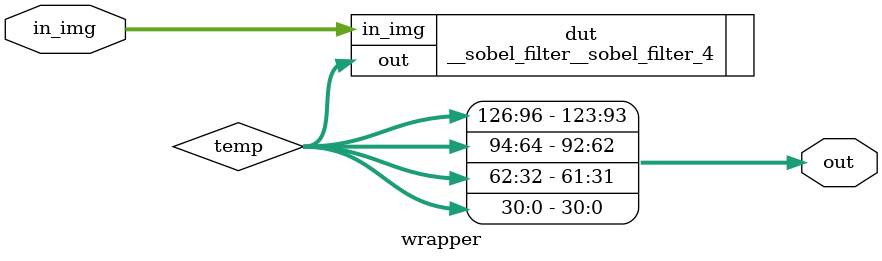
<source format=v>
module wrapper (input wire [511:0] in_img,
  output wire [123:0] out,
);
wire [127:0] temp;
__sobel_filter__sobel_filter_4 dut(
	.in_img(in_img),
	.out(temp)
);
assign out = {temp[126:96],temp[94:64],temp[62:32],temp[30:0]};
endmodule

</source>
